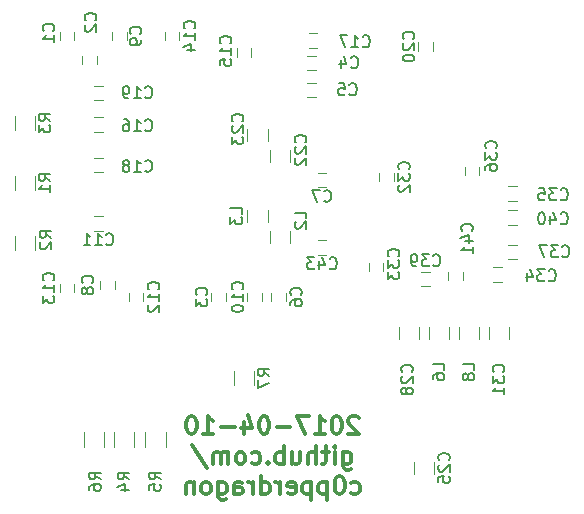
<source format=gbo>
G04 #@! TF.FileFunction,Legend,Bot*
%FSLAX46Y46*%
G04 Gerber Fmt 4.6, Leading zero omitted, Abs format (unit mm)*
G04 Created by KiCad (PCBNEW 4.0.4-stable) date 04/10/17 21:25:13*
%MOMM*%
%LPD*%
G01*
G04 APERTURE LIST*
%ADD10C,0.100000*%
%ADD11C,0.300000*%
%ADD12C,0.120000*%
%ADD13C,0.150000*%
G04 APERTURE END LIST*
D10*
D11*
X125268713Y-78305429D02*
X125197284Y-78234000D01*
X125054427Y-78162571D01*
X124697284Y-78162571D01*
X124554427Y-78234000D01*
X124482998Y-78305429D01*
X124411570Y-78448286D01*
X124411570Y-78591143D01*
X124482998Y-78805429D01*
X125340141Y-79662571D01*
X124411570Y-79662571D01*
X123482999Y-78162571D02*
X123340142Y-78162571D01*
X123197285Y-78234000D01*
X123125856Y-78305429D01*
X123054427Y-78448286D01*
X122982999Y-78734000D01*
X122982999Y-79091143D01*
X123054427Y-79376857D01*
X123125856Y-79519714D01*
X123197285Y-79591143D01*
X123340142Y-79662571D01*
X123482999Y-79662571D01*
X123625856Y-79591143D01*
X123697285Y-79519714D01*
X123768713Y-79376857D01*
X123840142Y-79091143D01*
X123840142Y-78734000D01*
X123768713Y-78448286D01*
X123697285Y-78305429D01*
X123625856Y-78234000D01*
X123482999Y-78162571D01*
X121554428Y-79662571D02*
X122411571Y-79662571D01*
X121982999Y-79662571D02*
X121982999Y-78162571D01*
X122125856Y-78376857D01*
X122268714Y-78519714D01*
X122411571Y-78591143D01*
X121054428Y-78162571D02*
X120054428Y-78162571D01*
X120697285Y-79662571D01*
X119483000Y-79091143D02*
X118340143Y-79091143D01*
X117340143Y-78162571D02*
X117197286Y-78162571D01*
X117054429Y-78234000D01*
X116983000Y-78305429D01*
X116911571Y-78448286D01*
X116840143Y-78734000D01*
X116840143Y-79091143D01*
X116911571Y-79376857D01*
X116983000Y-79519714D01*
X117054429Y-79591143D01*
X117197286Y-79662571D01*
X117340143Y-79662571D01*
X117483000Y-79591143D01*
X117554429Y-79519714D01*
X117625857Y-79376857D01*
X117697286Y-79091143D01*
X117697286Y-78734000D01*
X117625857Y-78448286D01*
X117554429Y-78305429D01*
X117483000Y-78234000D01*
X117340143Y-78162571D01*
X115554429Y-78662571D02*
X115554429Y-79662571D01*
X115911572Y-78091143D02*
X116268715Y-79162571D01*
X115340143Y-79162571D01*
X114768715Y-79091143D02*
X113625858Y-79091143D01*
X112125858Y-79662571D02*
X112983001Y-79662571D01*
X112554429Y-79662571D02*
X112554429Y-78162571D01*
X112697286Y-78376857D01*
X112840144Y-78519714D01*
X112983001Y-78591143D01*
X111197287Y-78162571D02*
X111054430Y-78162571D01*
X110911573Y-78234000D01*
X110840144Y-78305429D01*
X110768715Y-78448286D01*
X110697287Y-78734000D01*
X110697287Y-79091143D01*
X110768715Y-79376857D01*
X110840144Y-79519714D01*
X110911573Y-79591143D01*
X111054430Y-79662571D01*
X111197287Y-79662571D01*
X111340144Y-79591143D01*
X111411573Y-79519714D01*
X111483001Y-79376857D01*
X111554430Y-79091143D01*
X111554430Y-78734000D01*
X111483001Y-78448286D01*
X111411573Y-78305429D01*
X111340144Y-78234000D01*
X111197287Y-78162571D01*
X123947286Y-81212571D02*
X123947286Y-82426857D01*
X124018715Y-82569714D01*
X124090143Y-82641143D01*
X124233000Y-82712571D01*
X124447286Y-82712571D01*
X124590143Y-82641143D01*
X123947286Y-82141143D02*
X124090143Y-82212571D01*
X124375857Y-82212571D01*
X124518715Y-82141143D01*
X124590143Y-82069714D01*
X124661572Y-81926857D01*
X124661572Y-81498286D01*
X124590143Y-81355429D01*
X124518715Y-81284000D01*
X124375857Y-81212571D01*
X124090143Y-81212571D01*
X123947286Y-81284000D01*
X123233000Y-82212571D02*
X123233000Y-81212571D01*
X123233000Y-80712571D02*
X123304429Y-80784000D01*
X123233000Y-80855429D01*
X123161572Y-80784000D01*
X123233000Y-80712571D01*
X123233000Y-80855429D01*
X122733000Y-81212571D02*
X122161571Y-81212571D01*
X122518714Y-80712571D02*
X122518714Y-81998286D01*
X122447286Y-82141143D01*
X122304428Y-82212571D01*
X122161571Y-82212571D01*
X121661571Y-82212571D02*
X121661571Y-80712571D01*
X121018714Y-82212571D02*
X121018714Y-81426857D01*
X121090143Y-81284000D01*
X121233000Y-81212571D01*
X121447285Y-81212571D01*
X121590143Y-81284000D01*
X121661571Y-81355429D01*
X119661571Y-81212571D02*
X119661571Y-82212571D01*
X120304428Y-81212571D02*
X120304428Y-81998286D01*
X120233000Y-82141143D01*
X120090142Y-82212571D01*
X119875857Y-82212571D01*
X119733000Y-82141143D01*
X119661571Y-82069714D01*
X118947285Y-82212571D02*
X118947285Y-80712571D01*
X118947285Y-81284000D02*
X118804428Y-81212571D01*
X118518714Y-81212571D01*
X118375857Y-81284000D01*
X118304428Y-81355429D01*
X118232999Y-81498286D01*
X118232999Y-81926857D01*
X118304428Y-82069714D01*
X118375857Y-82141143D01*
X118518714Y-82212571D01*
X118804428Y-82212571D01*
X118947285Y-82141143D01*
X117590142Y-82069714D02*
X117518714Y-82141143D01*
X117590142Y-82212571D01*
X117661571Y-82141143D01*
X117590142Y-82069714D01*
X117590142Y-82212571D01*
X116232999Y-82141143D02*
X116375856Y-82212571D01*
X116661570Y-82212571D01*
X116804428Y-82141143D01*
X116875856Y-82069714D01*
X116947285Y-81926857D01*
X116947285Y-81498286D01*
X116875856Y-81355429D01*
X116804428Y-81284000D01*
X116661570Y-81212571D01*
X116375856Y-81212571D01*
X116232999Y-81284000D01*
X115375856Y-82212571D02*
X115518714Y-82141143D01*
X115590142Y-82069714D01*
X115661571Y-81926857D01*
X115661571Y-81498286D01*
X115590142Y-81355429D01*
X115518714Y-81284000D01*
X115375856Y-81212571D01*
X115161571Y-81212571D01*
X115018714Y-81284000D01*
X114947285Y-81355429D01*
X114875856Y-81498286D01*
X114875856Y-81926857D01*
X114947285Y-82069714D01*
X115018714Y-82141143D01*
X115161571Y-82212571D01*
X115375856Y-82212571D01*
X114232999Y-82212571D02*
X114232999Y-81212571D01*
X114232999Y-81355429D02*
X114161571Y-81284000D01*
X114018713Y-81212571D01*
X113804428Y-81212571D01*
X113661571Y-81284000D01*
X113590142Y-81426857D01*
X113590142Y-82212571D01*
X113590142Y-81426857D02*
X113518713Y-81284000D01*
X113375856Y-81212571D01*
X113161571Y-81212571D01*
X113018713Y-81284000D01*
X112947285Y-81426857D01*
X112947285Y-82212571D01*
X111161571Y-80641143D02*
X112447285Y-82569714D01*
X124661571Y-84691143D02*
X124804428Y-84762571D01*
X125090142Y-84762571D01*
X125233000Y-84691143D01*
X125304428Y-84619714D01*
X125375857Y-84476857D01*
X125375857Y-84048286D01*
X125304428Y-83905429D01*
X125233000Y-83834000D01*
X125090142Y-83762571D01*
X124804428Y-83762571D01*
X124661571Y-83834000D01*
X123733000Y-83262571D02*
X123590143Y-83262571D01*
X123447286Y-83334000D01*
X123375857Y-83405429D01*
X123304428Y-83548286D01*
X123233000Y-83834000D01*
X123233000Y-84191143D01*
X123304428Y-84476857D01*
X123375857Y-84619714D01*
X123447286Y-84691143D01*
X123590143Y-84762571D01*
X123733000Y-84762571D01*
X123875857Y-84691143D01*
X123947286Y-84619714D01*
X124018714Y-84476857D01*
X124090143Y-84191143D01*
X124090143Y-83834000D01*
X124018714Y-83548286D01*
X123947286Y-83405429D01*
X123875857Y-83334000D01*
X123733000Y-83262571D01*
X122590143Y-83762571D02*
X122590143Y-85262571D01*
X122590143Y-83834000D02*
X122447286Y-83762571D01*
X122161572Y-83762571D01*
X122018715Y-83834000D01*
X121947286Y-83905429D01*
X121875857Y-84048286D01*
X121875857Y-84476857D01*
X121947286Y-84619714D01*
X122018715Y-84691143D01*
X122161572Y-84762571D01*
X122447286Y-84762571D01*
X122590143Y-84691143D01*
X121233000Y-83762571D02*
X121233000Y-85262571D01*
X121233000Y-83834000D02*
X121090143Y-83762571D01*
X120804429Y-83762571D01*
X120661572Y-83834000D01*
X120590143Y-83905429D01*
X120518714Y-84048286D01*
X120518714Y-84476857D01*
X120590143Y-84619714D01*
X120661572Y-84691143D01*
X120804429Y-84762571D01*
X121090143Y-84762571D01*
X121233000Y-84691143D01*
X119304429Y-84691143D02*
X119447286Y-84762571D01*
X119733000Y-84762571D01*
X119875857Y-84691143D01*
X119947286Y-84548286D01*
X119947286Y-83976857D01*
X119875857Y-83834000D01*
X119733000Y-83762571D01*
X119447286Y-83762571D01*
X119304429Y-83834000D01*
X119233000Y-83976857D01*
X119233000Y-84119714D01*
X119947286Y-84262571D01*
X118590143Y-84762571D02*
X118590143Y-83762571D01*
X118590143Y-84048286D02*
X118518715Y-83905429D01*
X118447286Y-83834000D01*
X118304429Y-83762571D01*
X118161572Y-83762571D01*
X117018715Y-84762571D02*
X117018715Y-83262571D01*
X117018715Y-84691143D02*
X117161572Y-84762571D01*
X117447286Y-84762571D01*
X117590144Y-84691143D01*
X117661572Y-84619714D01*
X117733001Y-84476857D01*
X117733001Y-84048286D01*
X117661572Y-83905429D01*
X117590144Y-83834000D01*
X117447286Y-83762571D01*
X117161572Y-83762571D01*
X117018715Y-83834000D01*
X116304429Y-84762571D02*
X116304429Y-83762571D01*
X116304429Y-84048286D02*
X116233001Y-83905429D01*
X116161572Y-83834000D01*
X116018715Y-83762571D01*
X115875858Y-83762571D01*
X114733001Y-84762571D02*
X114733001Y-83976857D01*
X114804430Y-83834000D01*
X114947287Y-83762571D01*
X115233001Y-83762571D01*
X115375858Y-83834000D01*
X114733001Y-84691143D02*
X114875858Y-84762571D01*
X115233001Y-84762571D01*
X115375858Y-84691143D01*
X115447287Y-84548286D01*
X115447287Y-84405429D01*
X115375858Y-84262571D01*
X115233001Y-84191143D01*
X114875858Y-84191143D01*
X114733001Y-84119714D01*
X113375858Y-83762571D02*
X113375858Y-84976857D01*
X113447287Y-85119714D01*
X113518715Y-85191143D01*
X113661572Y-85262571D01*
X113875858Y-85262571D01*
X114018715Y-85191143D01*
X113375858Y-84691143D02*
X113518715Y-84762571D01*
X113804429Y-84762571D01*
X113947287Y-84691143D01*
X114018715Y-84619714D01*
X114090144Y-84476857D01*
X114090144Y-84048286D01*
X114018715Y-83905429D01*
X113947287Y-83834000D01*
X113804429Y-83762571D01*
X113518715Y-83762571D01*
X113375858Y-83834000D01*
X112447286Y-84762571D02*
X112590144Y-84691143D01*
X112661572Y-84619714D01*
X112733001Y-84476857D01*
X112733001Y-84048286D01*
X112661572Y-83905429D01*
X112590144Y-83834000D01*
X112447286Y-83762571D01*
X112233001Y-83762571D01*
X112090144Y-83834000D01*
X112018715Y-83905429D01*
X111947286Y-84048286D01*
X111947286Y-84476857D01*
X112018715Y-84619714D01*
X112090144Y-84691143D01*
X112233001Y-84762571D01*
X112447286Y-84762571D01*
X111304429Y-83762571D02*
X111304429Y-84762571D01*
X111304429Y-83905429D02*
X111233001Y-83834000D01*
X111090143Y-83762571D01*
X110875858Y-83762571D01*
X110733001Y-83834000D01*
X110661572Y-83976857D01*
X110661572Y-84762571D01*
D12*
X101184000Y-46324000D02*
X101184000Y-45624000D01*
X99984000Y-45624000D02*
X99984000Y-46324000D01*
X101889000Y-47656000D02*
X101889000Y-48356000D01*
X103089000Y-48356000D02*
X103089000Y-47656000D01*
X112811000Y-67722000D02*
X112811000Y-68422000D01*
X114011000Y-68422000D02*
X114011000Y-67722000D01*
X120935000Y-48860000D02*
X121635000Y-48860000D01*
X121635000Y-47660000D02*
X120935000Y-47660000D01*
X120935000Y-51146000D02*
X121635000Y-51146000D01*
X121635000Y-49946000D02*
X120935000Y-49946000D01*
X117891000Y-67722000D02*
X117891000Y-68422000D01*
X119091000Y-68422000D02*
X119091000Y-67722000D01*
X121824000Y-58766000D02*
X122524000Y-58766000D01*
X122524000Y-57566000D02*
X121824000Y-57566000D01*
X103413000Y-66706000D02*
X103413000Y-67406000D01*
X104613000Y-67406000D02*
X104613000Y-66706000D01*
X105629000Y-46324000D02*
X105629000Y-45624000D01*
X104429000Y-45624000D02*
X104429000Y-46324000D01*
X115859000Y-67722000D02*
X115859000Y-68422000D01*
X117059000Y-68422000D02*
X117059000Y-67722000D01*
X102901000Y-62449000D02*
X103601000Y-62449000D01*
X103601000Y-61249000D02*
X102901000Y-61249000D01*
X105826000Y-67722000D02*
X105826000Y-68422000D01*
X107026000Y-68422000D02*
X107026000Y-67722000D01*
X99984000Y-66960000D02*
X99984000Y-67660000D01*
X101184000Y-67660000D02*
X101184000Y-66960000D01*
X110074000Y-46324000D02*
X110074000Y-45624000D01*
X108874000Y-45624000D02*
X108874000Y-46324000D01*
X114970000Y-47021000D02*
X114970000Y-47721000D01*
X116170000Y-47721000D02*
X116170000Y-47021000D01*
X102901000Y-54067000D02*
X103601000Y-54067000D01*
X103601000Y-52867000D02*
X102901000Y-52867000D01*
X121062000Y-46955000D02*
X121762000Y-46955000D01*
X121762000Y-45755000D02*
X121062000Y-45755000D01*
X102901000Y-57496000D02*
X103601000Y-57496000D01*
X103601000Y-56296000D02*
X102901000Y-56296000D01*
X102901000Y-51400000D02*
X103601000Y-51400000D01*
X103601000Y-50200000D02*
X102901000Y-50200000D01*
X130337000Y-46513000D02*
X130337000Y-47213000D01*
X131537000Y-47213000D02*
X131537000Y-46513000D01*
X119468000Y-55634000D02*
X119468000Y-56634000D01*
X117768000Y-56634000D02*
X117768000Y-55634000D01*
X117563000Y-53856000D02*
X117563000Y-54856000D01*
X115863000Y-54856000D02*
X115863000Y-53856000D01*
X128690000Y-71620000D02*
X128690000Y-70620000D01*
X130390000Y-70620000D02*
X130390000Y-71620000D01*
X136310000Y-71620000D02*
X136310000Y-70620000D01*
X138010000Y-70620000D02*
X138010000Y-71620000D01*
X128235000Y-58262000D02*
X128235000Y-57562000D01*
X127035000Y-57562000D02*
X127035000Y-58262000D01*
X127346000Y-65882000D02*
X127346000Y-65182000D01*
X126146000Y-65182000D02*
X126146000Y-65882000D01*
X136683000Y-66767000D02*
X137383000Y-66767000D01*
X137383000Y-65567000D02*
X136683000Y-65567000D01*
X138653000Y-58709000D02*
X137953000Y-58709000D01*
X137953000Y-59909000D02*
X138653000Y-59909000D01*
X135474000Y-57754000D02*
X135474000Y-57054000D01*
X134274000Y-57054000D02*
X134274000Y-57754000D01*
X137953000Y-64862000D02*
X138653000Y-64862000D01*
X138653000Y-63662000D02*
X137953000Y-63662000D01*
X131287000Y-65948000D02*
X130587000Y-65948000D01*
X130587000Y-67148000D02*
X131287000Y-67148000D01*
X137953000Y-61941000D02*
X138653000Y-61941000D01*
X138653000Y-60741000D02*
X137953000Y-60741000D01*
X132877000Y-65944000D02*
X132877000Y-66644000D01*
X134077000Y-66644000D02*
X134077000Y-65944000D01*
X117768000Y-63492000D02*
X117768000Y-62492000D01*
X119468000Y-62492000D02*
X119468000Y-63492000D01*
X115863000Y-61714000D02*
X115863000Y-60714000D01*
X117563000Y-60714000D02*
X117563000Y-61714000D01*
X131230000Y-71620000D02*
X131230000Y-70620000D01*
X132930000Y-70620000D02*
X132930000Y-71620000D01*
X133770000Y-71620000D02*
X133770000Y-70620000D01*
X135470000Y-70620000D02*
X135470000Y-71620000D01*
X96148000Y-57820000D02*
X96148000Y-59020000D01*
X97908000Y-59020000D02*
X97908000Y-57820000D01*
X97908000Y-64100000D02*
X97908000Y-62900000D01*
X96148000Y-62900000D02*
X96148000Y-64100000D01*
X96148000Y-52740000D02*
X96148000Y-53940000D01*
X97908000Y-53940000D02*
X97908000Y-52740000D01*
X106290000Y-80737000D02*
X106290000Y-79537000D01*
X104530000Y-79537000D02*
X104530000Y-80737000D01*
X108957000Y-80737000D02*
X108957000Y-79537000D01*
X107197000Y-79537000D02*
X107197000Y-80737000D01*
X103750000Y-80737000D02*
X103750000Y-79537000D01*
X101990000Y-79537000D02*
X101990000Y-80737000D01*
X114690000Y-74330000D02*
X114690000Y-75530000D01*
X116450000Y-75530000D02*
X116450000Y-74330000D01*
X131660000Y-82050000D02*
X131660000Y-83050000D01*
X129960000Y-83050000D02*
X129960000Y-82050000D01*
X121824000Y-64481000D02*
X122524000Y-64481000D01*
X122524000Y-63281000D02*
X121824000Y-63281000D01*
D13*
X99417143Y-45553334D02*
X99464762Y-45505715D01*
X99512381Y-45362858D01*
X99512381Y-45267620D01*
X99464762Y-45124762D01*
X99369524Y-45029524D01*
X99274286Y-44981905D01*
X99083810Y-44934286D01*
X98940952Y-44934286D01*
X98750476Y-44981905D01*
X98655238Y-45029524D01*
X98560000Y-45124762D01*
X98512381Y-45267620D01*
X98512381Y-45362858D01*
X98560000Y-45505715D01*
X98607619Y-45553334D01*
X99512381Y-46505715D02*
X99512381Y-45934286D01*
X99512381Y-46220000D02*
X98512381Y-46220000D01*
X98655238Y-46124762D01*
X98750476Y-46029524D01*
X98798095Y-45934286D01*
X102973143Y-44664334D02*
X103020762Y-44616715D01*
X103068381Y-44473858D01*
X103068381Y-44378620D01*
X103020762Y-44235762D01*
X102925524Y-44140524D01*
X102830286Y-44092905D01*
X102639810Y-44045286D01*
X102496952Y-44045286D01*
X102306476Y-44092905D01*
X102211238Y-44140524D01*
X102116000Y-44235762D01*
X102068381Y-44378620D01*
X102068381Y-44473858D01*
X102116000Y-44616715D01*
X102163619Y-44664334D01*
X102163619Y-45045286D02*
X102116000Y-45092905D01*
X102068381Y-45188143D01*
X102068381Y-45426239D01*
X102116000Y-45521477D01*
X102163619Y-45569096D01*
X102258857Y-45616715D01*
X102354095Y-45616715D01*
X102496952Y-45569096D01*
X103068381Y-44997667D01*
X103068381Y-45616715D01*
X112371143Y-67905334D02*
X112418762Y-67857715D01*
X112466381Y-67714858D01*
X112466381Y-67619620D01*
X112418762Y-67476762D01*
X112323524Y-67381524D01*
X112228286Y-67333905D01*
X112037810Y-67286286D01*
X111894952Y-67286286D01*
X111704476Y-67333905D01*
X111609238Y-67381524D01*
X111514000Y-67476762D01*
X111466381Y-67619620D01*
X111466381Y-67714858D01*
X111514000Y-67857715D01*
X111561619Y-67905334D01*
X111466381Y-68238667D02*
X111466381Y-68857715D01*
X111847333Y-68524381D01*
X111847333Y-68667239D01*
X111894952Y-68762477D01*
X111942571Y-68810096D01*
X112037810Y-68857715D01*
X112275905Y-68857715D01*
X112371143Y-68810096D01*
X112418762Y-68762477D01*
X112466381Y-68667239D01*
X112466381Y-68381524D01*
X112418762Y-68286286D01*
X112371143Y-68238667D01*
X124626666Y-48617143D02*
X124674285Y-48664762D01*
X124817142Y-48712381D01*
X124912380Y-48712381D01*
X125055238Y-48664762D01*
X125150476Y-48569524D01*
X125198095Y-48474286D01*
X125245714Y-48283810D01*
X125245714Y-48140952D01*
X125198095Y-47950476D01*
X125150476Y-47855238D01*
X125055238Y-47760000D01*
X124912380Y-47712381D01*
X124817142Y-47712381D01*
X124674285Y-47760000D01*
X124626666Y-47807619D01*
X123769523Y-48045714D02*
X123769523Y-48712381D01*
X124007619Y-47664762D02*
X124245714Y-48379048D01*
X123626666Y-48379048D01*
X124499666Y-50903143D02*
X124547285Y-50950762D01*
X124690142Y-50998381D01*
X124785380Y-50998381D01*
X124928238Y-50950762D01*
X125023476Y-50855524D01*
X125071095Y-50760286D01*
X125118714Y-50569810D01*
X125118714Y-50426952D01*
X125071095Y-50236476D01*
X125023476Y-50141238D01*
X124928238Y-50046000D01*
X124785380Y-49998381D01*
X124690142Y-49998381D01*
X124547285Y-50046000D01*
X124499666Y-50093619D01*
X123594904Y-49998381D02*
X124071095Y-49998381D01*
X124118714Y-50474571D01*
X124071095Y-50426952D01*
X123975857Y-50379333D01*
X123737761Y-50379333D01*
X123642523Y-50426952D01*
X123594904Y-50474571D01*
X123547285Y-50569810D01*
X123547285Y-50807905D01*
X123594904Y-50903143D01*
X123642523Y-50950762D01*
X123737761Y-50998381D01*
X123975857Y-50998381D01*
X124071095Y-50950762D01*
X124118714Y-50903143D01*
X120372143Y-67905334D02*
X120419762Y-67857715D01*
X120467381Y-67714858D01*
X120467381Y-67619620D01*
X120419762Y-67476762D01*
X120324524Y-67381524D01*
X120229286Y-67333905D01*
X120038810Y-67286286D01*
X119895952Y-67286286D01*
X119705476Y-67333905D01*
X119610238Y-67381524D01*
X119515000Y-67476762D01*
X119467381Y-67619620D01*
X119467381Y-67714858D01*
X119515000Y-67857715D01*
X119562619Y-67905334D01*
X119467381Y-68762477D02*
X119467381Y-68572000D01*
X119515000Y-68476762D01*
X119562619Y-68429143D01*
X119705476Y-68333905D01*
X119895952Y-68286286D01*
X120276905Y-68286286D01*
X120372143Y-68333905D01*
X120419762Y-68381524D01*
X120467381Y-68476762D01*
X120467381Y-68667239D01*
X120419762Y-68762477D01*
X120372143Y-68810096D01*
X120276905Y-68857715D01*
X120038810Y-68857715D01*
X119943571Y-68810096D01*
X119895952Y-68762477D01*
X119848333Y-68667239D01*
X119848333Y-68476762D01*
X119895952Y-68381524D01*
X119943571Y-68333905D01*
X120038810Y-68286286D01*
X122340666Y-59920143D02*
X122388285Y-59967762D01*
X122531142Y-60015381D01*
X122626380Y-60015381D01*
X122769238Y-59967762D01*
X122864476Y-59872524D01*
X122912095Y-59777286D01*
X122959714Y-59586810D01*
X122959714Y-59443952D01*
X122912095Y-59253476D01*
X122864476Y-59158238D01*
X122769238Y-59063000D01*
X122626380Y-59015381D01*
X122531142Y-59015381D01*
X122388285Y-59063000D01*
X122340666Y-59110619D01*
X122007333Y-59015381D02*
X121340666Y-59015381D01*
X121769238Y-60015381D01*
X102719143Y-66889334D02*
X102766762Y-66841715D01*
X102814381Y-66698858D01*
X102814381Y-66603620D01*
X102766762Y-66460762D01*
X102671524Y-66365524D01*
X102576286Y-66317905D01*
X102385810Y-66270286D01*
X102242952Y-66270286D01*
X102052476Y-66317905D01*
X101957238Y-66365524D01*
X101862000Y-66460762D01*
X101814381Y-66603620D01*
X101814381Y-66698858D01*
X101862000Y-66841715D01*
X101909619Y-66889334D01*
X102242952Y-67460762D02*
X102195333Y-67365524D01*
X102147714Y-67317905D01*
X102052476Y-67270286D01*
X102004857Y-67270286D01*
X101909619Y-67317905D01*
X101862000Y-67365524D01*
X101814381Y-67460762D01*
X101814381Y-67651239D01*
X101862000Y-67746477D01*
X101909619Y-67794096D01*
X102004857Y-67841715D01*
X102052476Y-67841715D01*
X102147714Y-67794096D01*
X102195333Y-67746477D01*
X102242952Y-67651239D01*
X102242952Y-67460762D01*
X102290571Y-67365524D01*
X102338190Y-67317905D01*
X102433429Y-67270286D01*
X102623905Y-67270286D01*
X102719143Y-67317905D01*
X102766762Y-67365524D01*
X102814381Y-67460762D01*
X102814381Y-67651239D01*
X102766762Y-67746477D01*
X102719143Y-67794096D01*
X102623905Y-67841715D01*
X102433429Y-67841715D01*
X102338190Y-67794096D01*
X102290571Y-67746477D01*
X102242952Y-67651239D01*
X106783143Y-45807334D02*
X106830762Y-45759715D01*
X106878381Y-45616858D01*
X106878381Y-45521620D01*
X106830762Y-45378762D01*
X106735524Y-45283524D01*
X106640286Y-45235905D01*
X106449810Y-45188286D01*
X106306952Y-45188286D01*
X106116476Y-45235905D01*
X106021238Y-45283524D01*
X105926000Y-45378762D01*
X105878381Y-45521620D01*
X105878381Y-45616858D01*
X105926000Y-45759715D01*
X105973619Y-45807334D01*
X106878381Y-46283524D02*
X106878381Y-46474000D01*
X106830762Y-46569239D01*
X106783143Y-46616858D01*
X106640286Y-46712096D01*
X106449810Y-46759715D01*
X106068857Y-46759715D01*
X105973619Y-46712096D01*
X105926000Y-46664477D01*
X105878381Y-46569239D01*
X105878381Y-46378762D01*
X105926000Y-46283524D01*
X105973619Y-46235905D01*
X106068857Y-46188286D01*
X106306952Y-46188286D01*
X106402190Y-46235905D01*
X106449810Y-46283524D01*
X106497429Y-46378762D01*
X106497429Y-46569239D01*
X106449810Y-46664477D01*
X106402190Y-46712096D01*
X106306952Y-46759715D01*
X115419143Y-67429143D02*
X115466762Y-67381524D01*
X115514381Y-67238667D01*
X115514381Y-67143429D01*
X115466762Y-67000571D01*
X115371524Y-66905333D01*
X115276286Y-66857714D01*
X115085810Y-66810095D01*
X114942952Y-66810095D01*
X114752476Y-66857714D01*
X114657238Y-66905333D01*
X114562000Y-67000571D01*
X114514381Y-67143429D01*
X114514381Y-67238667D01*
X114562000Y-67381524D01*
X114609619Y-67429143D01*
X115514381Y-68381524D02*
X115514381Y-67810095D01*
X115514381Y-68095809D02*
X114514381Y-68095809D01*
X114657238Y-68000571D01*
X114752476Y-67905333D01*
X114800095Y-67810095D01*
X114514381Y-69000571D02*
X114514381Y-69095810D01*
X114562000Y-69191048D01*
X114609619Y-69238667D01*
X114704857Y-69286286D01*
X114895333Y-69333905D01*
X115133429Y-69333905D01*
X115323905Y-69286286D01*
X115419143Y-69238667D01*
X115466762Y-69191048D01*
X115514381Y-69095810D01*
X115514381Y-69000571D01*
X115466762Y-68905333D01*
X115419143Y-68857714D01*
X115323905Y-68810095D01*
X115133429Y-68762476D01*
X114895333Y-68762476D01*
X114704857Y-68810095D01*
X114609619Y-68857714D01*
X114562000Y-68905333D01*
X114514381Y-69000571D01*
X103893857Y-63603143D02*
X103941476Y-63650762D01*
X104084333Y-63698381D01*
X104179571Y-63698381D01*
X104322429Y-63650762D01*
X104417667Y-63555524D01*
X104465286Y-63460286D01*
X104512905Y-63269810D01*
X104512905Y-63126952D01*
X104465286Y-62936476D01*
X104417667Y-62841238D01*
X104322429Y-62746000D01*
X104179571Y-62698381D01*
X104084333Y-62698381D01*
X103941476Y-62746000D01*
X103893857Y-62793619D01*
X102941476Y-63698381D02*
X103512905Y-63698381D01*
X103227191Y-63698381D02*
X103227191Y-62698381D01*
X103322429Y-62841238D01*
X103417667Y-62936476D01*
X103512905Y-62984095D01*
X101989095Y-63698381D02*
X102560524Y-63698381D01*
X102274810Y-63698381D02*
X102274810Y-62698381D01*
X102370048Y-62841238D01*
X102465286Y-62936476D01*
X102560524Y-62984095D01*
X108307143Y-67429143D02*
X108354762Y-67381524D01*
X108402381Y-67238667D01*
X108402381Y-67143429D01*
X108354762Y-67000571D01*
X108259524Y-66905333D01*
X108164286Y-66857714D01*
X107973810Y-66810095D01*
X107830952Y-66810095D01*
X107640476Y-66857714D01*
X107545238Y-66905333D01*
X107450000Y-67000571D01*
X107402381Y-67143429D01*
X107402381Y-67238667D01*
X107450000Y-67381524D01*
X107497619Y-67429143D01*
X108402381Y-68381524D02*
X108402381Y-67810095D01*
X108402381Y-68095809D02*
X107402381Y-68095809D01*
X107545238Y-68000571D01*
X107640476Y-67905333D01*
X107688095Y-67810095D01*
X107497619Y-68762476D02*
X107450000Y-68810095D01*
X107402381Y-68905333D01*
X107402381Y-69143429D01*
X107450000Y-69238667D01*
X107497619Y-69286286D01*
X107592857Y-69333905D01*
X107688095Y-69333905D01*
X107830952Y-69286286D01*
X108402381Y-68714857D01*
X108402381Y-69333905D01*
X99417143Y-66667143D02*
X99464762Y-66619524D01*
X99512381Y-66476667D01*
X99512381Y-66381429D01*
X99464762Y-66238571D01*
X99369524Y-66143333D01*
X99274286Y-66095714D01*
X99083810Y-66048095D01*
X98940952Y-66048095D01*
X98750476Y-66095714D01*
X98655238Y-66143333D01*
X98560000Y-66238571D01*
X98512381Y-66381429D01*
X98512381Y-66476667D01*
X98560000Y-66619524D01*
X98607619Y-66667143D01*
X99512381Y-67619524D02*
X99512381Y-67048095D01*
X99512381Y-67333809D02*
X98512381Y-67333809D01*
X98655238Y-67238571D01*
X98750476Y-67143333D01*
X98798095Y-67048095D01*
X98512381Y-67952857D02*
X98512381Y-68571905D01*
X98893333Y-68238571D01*
X98893333Y-68381429D01*
X98940952Y-68476667D01*
X98988571Y-68524286D01*
X99083810Y-68571905D01*
X99321905Y-68571905D01*
X99417143Y-68524286D01*
X99464762Y-68476667D01*
X99512381Y-68381429D01*
X99512381Y-68095714D01*
X99464762Y-68000476D01*
X99417143Y-67952857D01*
X111355143Y-45331143D02*
X111402762Y-45283524D01*
X111450381Y-45140667D01*
X111450381Y-45045429D01*
X111402762Y-44902571D01*
X111307524Y-44807333D01*
X111212286Y-44759714D01*
X111021810Y-44712095D01*
X110878952Y-44712095D01*
X110688476Y-44759714D01*
X110593238Y-44807333D01*
X110498000Y-44902571D01*
X110450381Y-45045429D01*
X110450381Y-45140667D01*
X110498000Y-45283524D01*
X110545619Y-45331143D01*
X111450381Y-46283524D02*
X111450381Y-45712095D01*
X111450381Y-45997809D02*
X110450381Y-45997809D01*
X110593238Y-45902571D01*
X110688476Y-45807333D01*
X110736095Y-45712095D01*
X110783714Y-47140667D02*
X111450381Y-47140667D01*
X110402762Y-46902571D02*
X111117048Y-46664476D01*
X111117048Y-47283524D01*
X114403143Y-46601143D02*
X114450762Y-46553524D01*
X114498381Y-46410667D01*
X114498381Y-46315429D01*
X114450762Y-46172571D01*
X114355524Y-46077333D01*
X114260286Y-46029714D01*
X114069810Y-45982095D01*
X113926952Y-45982095D01*
X113736476Y-46029714D01*
X113641238Y-46077333D01*
X113546000Y-46172571D01*
X113498381Y-46315429D01*
X113498381Y-46410667D01*
X113546000Y-46553524D01*
X113593619Y-46601143D01*
X114498381Y-47553524D02*
X114498381Y-46982095D01*
X114498381Y-47267809D02*
X113498381Y-47267809D01*
X113641238Y-47172571D01*
X113736476Y-47077333D01*
X113784095Y-46982095D01*
X113498381Y-48458286D02*
X113498381Y-47982095D01*
X113974571Y-47934476D01*
X113926952Y-47982095D01*
X113879333Y-48077333D01*
X113879333Y-48315429D01*
X113926952Y-48410667D01*
X113974571Y-48458286D01*
X114069810Y-48505905D01*
X114307905Y-48505905D01*
X114403143Y-48458286D01*
X114450762Y-48410667D01*
X114498381Y-48315429D01*
X114498381Y-48077333D01*
X114450762Y-47982095D01*
X114403143Y-47934476D01*
X107195857Y-53951143D02*
X107243476Y-53998762D01*
X107386333Y-54046381D01*
X107481571Y-54046381D01*
X107624429Y-53998762D01*
X107719667Y-53903524D01*
X107767286Y-53808286D01*
X107814905Y-53617810D01*
X107814905Y-53474952D01*
X107767286Y-53284476D01*
X107719667Y-53189238D01*
X107624429Y-53094000D01*
X107481571Y-53046381D01*
X107386333Y-53046381D01*
X107243476Y-53094000D01*
X107195857Y-53141619D01*
X106243476Y-54046381D02*
X106814905Y-54046381D01*
X106529191Y-54046381D02*
X106529191Y-53046381D01*
X106624429Y-53189238D01*
X106719667Y-53284476D01*
X106814905Y-53332095D01*
X105386333Y-53046381D02*
X105576810Y-53046381D01*
X105672048Y-53094000D01*
X105719667Y-53141619D01*
X105814905Y-53284476D01*
X105862524Y-53474952D01*
X105862524Y-53855905D01*
X105814905Y-53951143D01*
X105767286Y-53998762D01*
X105672048Y-54046381D01*
X105481571Y-54046381D01*
X105386333Y-53998762D01*
X105338714Y-53951143D01*
X105291095Y-53855905D01*
X105291095Y-53617810D01*
X105338714Y-53522571D01*
X105386333Y-53474952D01*
X105481571Y-53427333D01*
X105672048Y-53427333D01*
X105767286Y-53474952D01*
X105814905Y-53522571D01*
X105862524Y-53617810D01*
X125610857Y-46839143D02*
X125658476Y-46886762D01*
X125801333Y-46934381D01*
X125896571Y-46934381D01*
X126039429Y-46886762D01*
X126134667Y-46791524D01*
X126182286Y-46696286D01*
X126229905Y-46505810D01*
X126229905Y-46362952D01*
X126182286Y-46172476D01*
X126134667Y-46077238D01*
X126039429Y-45982000D01*
X125896571Y-45934381D01*
X125801333Y-45934381D01*
X125658476Y-45982000D01*
X125610857Y-46029619D01*
X124658476Y-46934381D02*
X125229905Y-46934381D01*
X124944191Y-46934381D02*
X124944191Y-45934381D01*
X125039429Y-46077238D01*
X125134667Y-46172476D01*
X125229905Y-46220095D01*
X124325143Y-45934381D02*
X123658476Y-45934381D01*
X124087048Y-46934381D01*
X107195857Y-57380143D02*
X107243476Y-57427762D01*
X107386333Y-57475381D01*
X107481571Y-57475381D01*
X107624429Y-57427762D01*
X107719667Y-57332524D01*
X107767286Y-57237286D01*
X107814905Y-57046810D01*
X107814905Y-56903952D01*
X107767286Y-56713476D01*
X107719667Y-56618238D01*
X107624429Y-56523000D01*
X107481571Y-56475381D01*
X107386333Y-56475381D01*
X107243476Y-56523000D01*
X107195857Y-56570619D01*
X106243476Y-57475381D02*
X106814905Y-57475381D01*
X106529191Y-57475381D02*
X106529191Y-56475381D01*
X106624429Y-56618238D01*
X106719667Y-56713476D01*
X106814905Y-56761095D01*
X105672048Y-56903952D02*
X105767286Y-56856333D01*
X105814905Y-56808714D01*
X105862524Y-56713476D01*
X105862524Y-56665857D01*
X105814905Y-56570619D01*
X105767286Y-56523000D01*
X105672048Y-56475381D01*
X105481571Y-56475381D01*
X105386333Y-56523000D01*
X105338714Y-56570619D01*
X105291095Y-56665857D01*
X105291095Y-56713476D01*
X105338714Y-56808714D01*
X105386333Y-56856333D01*
X105481571Y-56903952D01*
X105672048Y-56903952D01*
X105767286Y-56951571D01*
X105814905Y-56999190D01*
X105862524Y-57094429D01*
X105862524Y-57284905D01*
X105814905Y-57380143D01*
X105767286Y-57427762D01*
X105672048Y-57475381D01*
X105481571Y-57475381D01*
X105386333Y-57427762D01*
X105338714Y-57380143D01*
X105291095Y-57284905D01*
X105291095Y-57094429D01*
X105338714Y-56999190D01*
X105386333Y-56951571D01*
X105481571Y-56903952D01*
X107195857Y-51157143D02*
X107243476Y-51204762D01*
X107386333Y-51252381D01*
X107481571Y-51252381D01*
X107624429Y-51204762D01*
X107719667Y-51109524D01*
X107767286Y-51014286D01*
X107814905Y-50823810D01*
X107814905Y-50680952D01*
X107767286Y-50490476D01*
X107719667Y-50395238D01*
X107624429Y-50300000D01*
X107481571Y-50252381D01*
X107386333Y-50252381D01*
X107243476Y-50300000D01*
X107195857Y-50347619D01*
X106243476Y-51252381D02*
X106814905Y-51252381D01*
X106529191Y-51252381D02*
X106529191Y-50252381D01*
X106624429Y-50395238D01*
X106719667Y-50490476D01*
X106814905Y-50538095D01*
X105767286Y-51252381D02*
X105576810Y-51252381D01*
X105481571Y-51204762D01*
X105433952Y-51157143D01*
X105338714Y-51014286D01*
X105291095Y-50823810D01*
X105291095Y-50442857D01*
X105338714Y-50347619D01*
X105386333Y-50300000D01*
X105481571Y-50252381D01*
X105672048Y-50252381D01*
X105767286Y-50300000D01*
X105814905Y-50347619D01*
X105862524Y-50442857D01*
X105862524Y-50680952D01*
X105814905Y-50776190D01*
X105767286Y-50823810D01*
X105672048Y-50871429D01*
X105481571Y-50871429D01*
X105386333Y-50823810D01*
X105338714Y-50776190D01*
X105291095Y-50680952D01*
X129897143Y-46220143D02*
X129944762Y-46172524D01*
X129992381Y-46029667D01*
X129992381Y-45934429D01*
X129944762Y-45791571D01*
X129849524Y-45696333D01*
X129754286Y-45648714D01*
X129563810Y-45601095D01*
X129420952Y-45601095D01*
X129230476Y-45648714D01*
X129135238Y-45696333D01*
X129040000Y-45791571D01*
X128992381Y-45934429D01*
X128992381Y-46029667D01*
X129040000Y-46172524D01*
X129087619Y-46220143D01*
X129087619Y-46601095D02*
X129040000Y-46648714D01*
X128992381Y-46743952D01*
X128992381Y-46982048D01*
X129040000Y-47077286D01*
X129087619Y-47124905D01*
X129182857Y-47172524D01*
X129278095Y-47172524D01*
X129420952Y-47124905D01*
X129992381Y-46553476D01*
X129992381Y-47172524D01*
X128992381Y-47791571D02*
X128992381Y-47886810D01*
X129040000Y-47982048D01*
X129087619Y-48029667D01*
X129182857Y-48077286D01*
X129373333Y-48124905D01*
X129611429Y-48124905D01*
X129801905Y-48077286D01*
X129897143Y-48029667D01*
X129944762Y-47982048D01*
X129992381Y-47886810D01*
X129992381Y-47791571D01*
X129944762Y-47696333D01*
X129897143Y-47648714D01*
X129801905Y-47601095D01*
X129611429Y-47553476D01*
X129373333Y-47553476D01*
X129182857Y-47601095D01*
X129087619Y-47648714D01*
X129040000Y-47696333D01*
X128992381Y-47791571D01*
X120753143Y-54983143D02*
X120800762Y-54935524D01*
X120848381Y-54792667D01*
X120848381Y-54697429D01*
X120800762Y-54554571D01*
X120705524Y-54459333D01*
X120610286Y-54411714D01*
X120419810Y-54364095D01*
X120276952Y-54364095D01*
X120086476Y-54411714D01*
X119991238Y-54459333D01*
X119896000Y-54554571D01*
X119848381Y-54697429D01*
X119848381Y-54792667D01*
X119896000Y-54935524D01*
X119943619Y-54983143D01*
X119943619Y-55364095D02*
X119896000Y-55411714D01*
X119848381Y-55506952D01*
X119848381Y-55745048D01*
X119896000Y-55840286D01*
X119943619Y-55887905D01*
X120038857Y-55935524D01*
X120134095Y-55935524D01*
X120276952Y-55887905D01*
X120848381Y-55316476D01*
X120848381Y-55935524D01*
X119943619Y-56316476D02*
X119896000Y-56364095D01*
X119848381Y-56459333D01*
X119848381Y-56697429D01*
X119896000Y-56792667D01*
X119943619Y-56840286D01*
X120038857Y-56887905D01*
X120134095Y-56887905D01*
X120276952Y-56840286D01*
X120848381Y-56268857D01*
X120848381Y-56887905D01*
X115419143Y-53205143D02*
X115466762Y-53157524D01*
X115514381Y-53014667D01*
X115514381Y-52919429D01*
X115466762Y-52776571D01*
X115371524Y-52681333D01*
X115276286Y-52633714D01*
X115085810Y-52586095D01*
X114942952Y-52586095D01*
X114752476Y-52633714D01*
X114657238Y-52681333D01*
X114562000Y-52776571D01*
X114514381Y-52919429D01*
X114514381Y-53014667D01*
X114562000Y-53157524D01*
X114609619Y-53205143D01*
X114609619Y-53586095D02*
X114562000Y-53633714D01*
X114514381Y-53728952D01*
X114514381Y-53967048D01*
X114562000Y-54062286D01*
X114609619Y-54109905D01*
X114704857Y-54157524D01*
X114800095Y-54157524D01*
X114942952Y-54109905D01*
X115514381Y-53538476D01*
X115514381Y-54157524D01*
X114514381Y-54490857D02*
X114514381Y-55109905D01*
X114895333Y-54776571D01*
X114895333Y-54919429D01*
X114942952Y-55014667D01*
X114990571Y-55062286D01*
X115085810Y-55109905D01*
X115323905Y-55109905D01*
X115419143Y-55062286D01*
X115466762Y-55014667D01*
X115514381Y-54919429D01*
X115514381Y-54633714D01*
X115466762Y-54538476D01*
X115419143Y-54490857D01*
X129770143Y-74414143D02*
X129817762Y-74366524D01*
X129865381Y-74223667D01*
X129865381Y-74128429D01*
X129817762Y-73985571D01*
X129722524Y-73890333D01*
X129627286Y-73842714D01*
X129436810Y-73795095D01*
X129293952Y-73795095D01*
X129103476Y-73842714D01*
X129008238Y-73890333D01*
X128913000Y-73985571D01*
X128865381Y-74128429D01*
X128865381Y-74223667D01*
X128913000Y-74366524D01*
X128960619Y-74414143D01*
X128960619Y-74795095D02*
X128913000Y-74842714D01*
X128865381Y-74937952D01*
X128865381Y-75176048D01*
X128913000Y-75271286D01*
X128960619Y-75318905D01*
X129055857Y-75366524D01*
X129151095Y-75366524D01*
X129293952Y-75318905D01*
X129865381Y-74747476D01*
X129865381Y-75366524D01*
X129293952Y-75937952D02*
X129246333Y-75842714D01*
X129198714Y-75795095D01*
X129103476Y-75747476D01*
X129055857Y-75747476D01*
X128960619Y-75795095D01*
X128913000Y-75842714D01*
X128865381Y-75937952D01*
X128865381Y-76128429D01*
X128913000Y-76223667D01*
X128960619Y-76271286D01*
X129055857Y-76318905D01*
X129103476Y-76318905D01*
X129198714Y-76271286D01*
X129246333Y-76223667D01*
X129293952Y-76128429D01*
X129293952Y-75937952D01*
X129341571Y-75842714D01*
X129389190Y-75795095D01*
X129484429Y-75747476D01*
X129674905Y-75747476D01*
X129770143Y-75795095D01*
X129817762Y-75842714D01*
X129865381Y-75937952D01*
X129865381Y-76128429D01*
X129817762Y-76223667D01*
X129770143Y-76271286D01*
X129674905Y-76318905D01*
X129484429Y-76318905D01*
X129389190Y-76271286D01*
X129341571Y-76223667D01*
X129293952Y-76128429D01*
X137517143Y-74414143D02*
X137564762Y-74366524D01*
X137612381Y-74223667D01*
X137612381Y-74128429D01*
X137564762Y-73985571D01*
X137469524Y-73890333D01*
X137374286Y-73842714D01*
X137183810Y-73795095D01*
X137040952Y-73795095D01*
X136850476Y-73842714D01*
X136755238Y-73890333D01*
X136660000Y-73985571D01*
X136612381Y-74128429D01*
X136612381Y-74223667D01*
X136660000Y-74366524D01*
X136707619Y-74414143D01*
X136612381Y-74747476D02*
X136612381Y-75366524D01*
X136993333Y-75033190D01*
X136993333Y-75176048D01*
X137040952Y-75271286D01*
X137088571Y-75318905D01*
X137183810Y-75366524D01*
X137421905Y-75366524D01*
X137517143Y-75318905D01*
X137564762Y-75271286D01*
X137612381Y-75176048D01*
X137612381Y-74890333D01*
X137564762Y-74795095D01*
X137517143Y-74747476D01*
X137612381Y-76318905D02*
X137612381Y-75747476D01*
X137612381Y-76033190D02*
X136612381Y-76033190D01*
X136755238Y-75937952D01*
X136850476Y-75842714D01*
X136898095Y-75747476D01*
X129516143Y-57269143D02*
X129563762Y-57221524D01*
X129611381Y-57078667D01*
X129611381Y-56983429D01*
X129563762Y-56840571D01*
X129468524Y-56745333D01*
X129373286Y-56697714D01*
X129182810Y-56650095D01*
X129039952Y-56650095D01*
X128849476Y-56697714D01*
X128754238Y-56745333D01*
X128659000Y-56840571D01*
X128611381Y-56983429D01*
X128611381Y-57078667D01*
X128659000Y-57221524D01*
X128706619Y-57269143D01*
X128611381Y-57602476D02*
X128611381Y-58221524D01*
X128992333Y-57888190D01*
X128992333Y-58031048D01*
X129039952Y-58126286D01*
X129087571Y-58173905D01*
X129182810Y-58221524D01*
X129420905Y-58221524D01*
X129516143Y-58173905D01*
X129563762Y-58126286D01*
X129611381Y-58031048D01*
X129611381Y-57745333D01*
X129563762Y-57650095D01*
X129516143Y-57602476D01*
X128706619Y-58602476D02*
X128659000Y-58650095D01*
X128611381Y-58745333D01*
X128611381Y-58983429D01*
X128659000Y-59078667D01*
X128706619Y-59126286D01*
X128801857Y-59173905D01*
X128897095Y-59173905D01*
X129039952Y-59126286D01*
X129611381Y-58554857D01*
X129611381Y-59173905D01*
X128627143Y-64635143D02*
X128674762Y-64587524D01*
X128722381Y-64444667D01*
X128722381Y-64349429D01*
X128674762Y-64206571D01*
X128579524Y-64111333D01*
X128484286Y-64063714D01*
X128293810Y-64016095D01*
X128150952Y-64016095D01*
X127960476Y-64063714D01*
X127865238Y-64111333D01*
X127770000Y-64206571D01*
X127722381Y-64349429D01*
X127722381Y-64444667D01*
X127770000Y-64587524D01*
X127817619Y-64635143D01*
X127722381Y-64968476D02*
X127722381Y-65587524D01*
X128103333Y-65254190D01*
X128103333Y-65397048D01*
X128150952Y-65492286D01*
X128198571Y-65539905D01*
X128293810Y-65587524D01*
X128531905Y-65587524D01*
X128627143Y-65539905D01*
X128674762Y-65492286D01*
X128722381Y-65397048D01*
X128722381Y-65111333D01*
X128674762Y-65016095D01*
X128627143Y-64968476D01*
X127722381Y-65920857D02*
X127722381Y-66539905D01*
X128103333Y-66206571D01*
X128103333Y-66349429D01*
X128150952Y-66444667D01*
X128198571Y-66492286D01*
X128293810Y-66539905D01*
X128531905Y-66539905D01*
X128627143Y-66492286D01*
X128674762Y-66444667D01*
X128722381Y-66349429D01*
X128722381Y-66063714D01*
X128674762Y-65968476D01*
X128627143Y-65920857D01*
X141358857Y-66651143D02*
X141406476Y-66698762D01*
X141549333Y-66746381D01*
X141644571Y-66746381D01*
X141787429Y-66698762D01*
X141882667Y-66603524D01*
X141930286Y-66508286D01*
X141977905Y-66317810D01*
X141977905Y-66174952D01*
X141930286Y-65984476D01*
X141882667Y-65889238D01*
X141787429Y-65794000D01*
X141644571Y-65746381D01*
X141549333Y-65746381D01*
X141406476Y-65794000D01*
X141358857Y-65841619D01*
X141025524Y-65746381D02*
X140406476Y-65746381D01*
X140739810Y-66127333D01*
X140596952Y-66127333D01*
X140501714Y-66174952D01*
X140454095Y-66222571D01*
X140406476Y-66317810D01*
X140406476Y-66555905D01*
X140454095Y-66651143D01*
X140501714Y-66698762D01*
X140596952Y-66746381D01*
X140882667Y-66746381D01*
X140977905Y-66698762D01*
X141025524Y-66651143D01*
X139549333Y-66079714D02*
X139549333Y-66746381D01*
X139787429Y-65698762D02*
X140025524Y-66413048D01*
X139406476Y-66413048D01*
X142374857Y-59793143D02*
X142422476Y-59840762D01*
X142565333Y-59888381D01*
X142660571Y-59888381D01*
X142803429Y-59840762D01*
X142898667Y-59745524D01*
X142946286Y-59650286D01*
X142993905Y-59459810D01*
X142993905Y-59316952D01*
X142946286Y-59126476D01*
X142898667Y-59031238D01*
X142803429Y-58936000D01*
X142660571Y-58888381D01*
X142565333Y-58888381D01*
X142422476Y-58936000D01*
X142374857Y-58983619D01*
X142041524Y-58888381D02*
X141422476Y-58888381D01*
X141755810Y-59269333D01*
X141612952Y-59269333D01*
X141517714Y-59316952D01*
X141470095Y-59364571D01*
X141422476Y-59459810D01*
X141422476Y-59697905D01*
X141470095Y-59793143D01*
X141517714Y-59840762D01*
X141612952Y-59888381D01*
X141898667Y-59888381D01*
X141993905Y-59840762D01*
X142041524Y-59793143D01*
X140517714Y-58888381D02*
X140993905Y-58888381D01*
X141041524Y-59364571D01*
X140993905Y-59316952D01*
X140898667Y-59269333D01*
X140660571Y-59269333D01*
X140565333Y-59316952D01*
X140517714Y-59364571D01*
X140470095Y-59459810D01*
X140470095Y-59697905D01*
X140517714Y-59793143D01*
X140565333Y-59840762D01*
X140660571Y-59888381D01*
X140898667Y-59888381D01*
X140993905Y-59840762D01*
X141041524Y-59793143D01*
X136882143Y-55491143D02*
X136929762Y-55443524D01*
X136977381Y-55300667D01*
X136977381Y-55205429D01*
X136929762Y-55062571D01*
X136834524Y-54967333D01*
X136739286Y-54919714D01*
X136548810Y-54872095D01*
X136405952Y-54872095D01*
X136215476Y-54919714D01*
X136120238Y-54967333D01*
X136025000Y-55062571D01*
X135977381Y-55205429D01*
X135977381Y-55300667D01*
X136025000Y-55443524D01*
X136072619Y-55491143D01*
X135977381Y-55824476D02*
X135977381Y-56443524D01*
X136358333Y-56110190D01*
X136358333Y-56253048D01*
X136405952Y-56348286D01*
X136453571Y-56395905D01*
X136548810Y-56443524D01*
X136786905Y-56443524D01*
X136882143Y-56395905D01*
X136929762Y-56348286D01*
X136977381Y-56253048D01*
X136977381Y-55967333D01*
X136929762Y-55872095D01*
X136882143Y-55824476D01*
X135977381Y-57300667D02*
X135977381Y-57110190D01*
X136025000Y-57014952D01*
X136072619Y-56967333D01*
X136215476Y-56872095D01*
X136405952Y-56824476D01*
X136786905Y-56824476D01*
X136882143Y-56872095D01*
X136929762Y-56919714D01*
X136977381Y-57014952D01*
X136977381Y-57205429D01*
X136929762Y-57300667D01*
X136882143Y-57348286D01*
X136786905Y-57395905D01*
X136548810Y-57395905D01*
X136453571Y-57348286D01*
X136405952Y-57300667D01*
X136358333Y-57205429D01*
X136358333Y-57014952D01*
X136405952Y-56919714D01*
X136453571Y-56872095D01*
X136548810Y-56824476D01*
X142501857Y-64619143D02*
X142549476Y-64666762D01*
X142692333Y-64714381D01*
X142787571Y-64714381D01*
X142930429Y-64666762D01*
X143025667Y-64571524D01*
X143073286Y-64476286D01*
X143120905Y-64285810D01*
X143120905Y-64142952D01*
X143073286Y-63952476D01*
X143025667Y-63857238D01*
X142930429Y-63762000D01*
X142787571Y-63714381D01*
X142692333Y-63714381D01*
X142549476Y-63762000D01*
X142501857Y-63809619D01*
X142168524Y-63714381D02*
X141549476Y-63714381D01*
X141882810Y-64095333D01*
X141739952Y-64095333D01*
X141644714Y-64142952D01*
X141597095Y-64190571D01*
X141549476Y-64285810D01*
X141549476Y-64523905D01*
X141597095Y-64619143D01*
X141644714Y-64666762D01*
X141739952Y-64714381D01*
X142025667Y-64714381D01*
X142120905Y-64666762D01*
X142168524Y-64619143D01*
X141216143Y-63714381D02*
X140549476Y-63714381D01*
X140978048Y-64714381D01*
X131579857Y-65381143D02*
X131627476Y-65428762D01*
X131770333Y-65476381D01*
X131865571Y-65476381D01*
X132008429Y-65428762D01*
X132103667Y-65333524D01*
X132151286Y-65238286D01*
X132198905Y-65047810D01*
X132198905Y-64904952D01*
X132151286Y-64714476D01*
X132103667Y-64619238D01*
X132008429Y-64524000D01*
X131865571Y-64476381D01*
X131770333Y-64476381D01*
X131627476Y-64524000D01*
X131579857Y-64571619D01*
X131246524Y-64476381D02*
X130627476Y-64476381D01*
X130960810Y-64857333D01*
X130817952Y-64857333D01*
X130722714Y-64904952D01*
X130675095Y-64952571D01*
X130627476Y-65047810D01*
X130627476Y-65285905D01*
X130675095Y-65381143D01*
X130722714Y-65428762D01*
X130817952Y-65476381D01*
X131103667Y-65476381D01*
X131198905Y-65428762D01*
X131246524Y-65381143D01*
X130151286Y-65476381D02*
X129960810Y-65476381D01*
X129865571Y-65428762D01*
X129817952Y-65381143D01*
X129722714Y-65238286D01*
X129675095Y-65047810D01*
X129675095Y-64666857D01*
X129722714Y-64571619D01*
X129770333Y-64524000D01*
X129865571Y-64476381D01*
X130056048Y-64476381D01*
X130151286Y-64524000D01*
X130198905Y-64571619D01*
X130246524Y-64666857D01*
X130246524Y-64904952D01*
X130198905Y-65000190D01*
X130151286Y-65047810D01*
X130056048Y-65095429D01*
X129865571Y-65095429D01*
X129770333Y-65047810D01*
X129722714Y-65000190D01*
X129675095Y-64904952D01*
X142374857Y-61825143D02*
X142422476Y-61872762D01*
X142565333Y-61920381D01*
X142660571Y-61920381D01*
X142803429Y-61872762D01*
X142898667Y-61777524D01*
X142946286Y-61682286D01*
X142993905Y-61491810D01*
X142993905Y-61348952D01*
X142946286Y-61158476D01*
X142898667Y-61063238D01*
X142803429Y-60968000D01*
X142660571Y-60920381D01*
X142565333Y-60920381D01*
X142422476Y-60968000D01*
X142374857Y-61015619D01*
X141517714Y-61253714D02*
X141517714Y-61920381D01*
X141755810Y-60872762D02*
X141993905Y-61587048D01*
X141374857Y-61587048D01*
X140803429Y-60920381D02*
X140708190Y-60920381D01*
X140612952Y-60968000D01*
X140565333Y-61015619D01*
X140517714Y-61110857D01*
X140470095Y-61301333D01*
X140470095Y-61539429D01*
X140517714Y-61729905D01*
X140565333Y-61825143D01*
X140612952Y-61872762D01*
X140708190Y-61920381D01*
X140803429Y-61920381D01*
X140898667Y-61872762D01*
X140946286Y-61825143D01*
X140993905Y-61729905D01*
X141041524Y-61539429D01*
X141041524Y-61301333D01*
X140993905Y-61110857D01*
X140946286Y-61015619D01*
X140898667Y-60968000D01*
X140803429Y-60920381D01*
X134850143Y-62476143D02*
X134897762Y-62428524D01*
X134945381Y-62285667D01*
X134945381Y-62190429D01*
X134897762Y-62047571D01*
X134802524Y-61952333D01*
X134707286Y-61904714D01*
X134516810Y-61857095D01*
X134373952Y-61857095D01*
X134183476Y-61904714D01*
X134088238Y-61952333D01*
X133993000Y-62047571D01*
X133945381Y-62190429D01*
X133945381Y-62285667D01*
X133993000Y-62428524D01*
X134040619Y-62476143D01*
X134278714Y-63333286D02*
X134945381Y-63333286D01*
X133897762Y-63095190D02*
X134612048Y-62857095D01*
X134612048Y-63476143D01*
X134945381Y-64380905D02*
X134945381Y-63809476D01*
X134945381Y-64095190D02*
X133945381Y-64095190D01*
X134088238Y-63999952D01*
X134183476Y-63904714D01*
X134231095Y-63809476D01*
X120848381Y-61428334D02*
X120848381Y-60952143D01*
X119848381Y-60952143D01*
X119943619Y-61714048D02*
X119896000Y-61761667D01*
X119848381Y-61856905D01*
X119848381Y-62095001D01*
X119896000Y-62190239D01*
X119943619Y-62237858D01*
X120038857Y-62285477D01*
X120134095Y-62285477D01*
X120276952Y-62237858D01*
X120848381Y-61666429D01*
X120848381Y-62285477D01*
X115415381Y-61047334D02*
X115415381Y-60571143D01*
X114415381Y-60571143D01*
X114415381Y-61285429D02*
X114415381Y-61904477D01*
X114796333Y-61571143D01*
X114796333Y-61714001D01*
X114843952Y-61809239D01*
X114891571Y-61856858D01*
X114986810Y-61904477D01*
X115224905Y-61904477D01*
X115320143Y-61856858D01*
X115367762Y-61809239D01*
X115415381Y-61714001D01*
X115415381Y-61428286D01*
X115367762Y-61333048D01*
X115320143Y-61285429D01*
X132532381Y-74255334D02*
X132532381Y-73779143D01*
X131532381Y-73779143D01*
X131532381Y-75017239D02*
X131532381Y-74826762D01*
X131580000Y-74731524D01*
X131627619Y-74683905D01*
X131770476Y-74588667D01*
X131960952Y-74541048D01*
X132341905Y-74541048D01*
X132437143Y-74588667D01*
X132484762Y-74636286D01*
X132532381Y-74731524D01*
X132532381Y-74922001D01*
X132484762Y-75017239D01*
X132437143Y-75064858D01*
X132341905Y-75112477D01*
X132103810Y-75112477D01*
X132008571Y-75064858D01*
X131960952Y-75017239D01*
X131913333Y-74922001D01*
X131913333Y-74731524D01*
X131960952Y-74636286D01*
X132008571Y-74588667D01*
X132103810Y-74541048D01*
X135072381Y-74255334D02*
X135072381Y-73779143D01*
X134072381Y-73779143D01*
X134500952Y-74731524D02*
X134453333Y-74636286D01*
X134405714Y-74588667D01*
X134310476Y-74541048D01*
X134262857Y-74541048D01*
X134167619Y-74588667D01*
X134120000Y-74636286D01*
X134072381Y-74731524D01*
X134072381Y-74922001D01*
X134120000Y-75017239D01*
X134167619Y-75064858D01*
X134262857Y-75112477D01*
X134310476Y-75112477D01*
X134405714Y-75064858D01*
X134453333Y-75017239D01*
X134500952Y-74922001D01*
X134500952Y-74731524D01*
X134548571Y-74636286D01*
X134596190Y-74588667D01*
X134691429Y-74541048D01*
X134881905Y-74541048D01*
X134977143Y-74588667D01*
X135024762Y-74636286D01*
X135072381Y-74731524D01*
X135072381Y-74922001D01*
X135024762Y-75017239D01*
X134977143Y-75064858D01*
X134881905Y-75112477D01*
X134691429Y-75112477D01*
X134596190Y-75064858D01*
X134548571Y-75017239D01*
X134500952Y-74922001D01*
X99180381Y-58253334D02*
X98704190Y-57920000D01*
X99180381Y-57681905D02*
X98180381Y-57681905D01*
X98180381Y-58062858D01*
X98228000Y-58158096D01*
X98275619Y-58205715D01*
X98370857Y-58253334D01*
X98513714Y-58253334D01*
X98608952Y-58205715D01*
X98656571Y-58158096D01*
X98704190Y-58062858D01*
X98704190Y-57681905D01*
X99180381Y-59205715D02*
X99180381Y-58634286D01*
X99180381Y-58920000D02*
X98180381Y-58920000D01*
X98323238Y-58824762D01*
X98418476Y-58729524D01*
X98466095Y-58634286D01*
X99258381Y-63079334D02*
X98782190Y-62746000D01*
X99258381Y-62507905D02*
X98258381Y-62507905D01*
X98258381Y-62888858D01*
X98306000Y-62984096D01*
X98353619Y-63031715D01*
X98448857Y-63079334D01*
X98591714Y-63079334D01*
X98686952Y-63031715D01*
X98734571Y-62984096D01*
X98782190Y-62888858D01*
X98782190Y-62507905D01*
X98353619Y-63460286D02*
X98306000Y-63507905D01*
X98258381Y-63603143D01*
X98258381Y-63841239D01*
X98306000Y-63936477D01*
X98353619Y-63984096D01*
X98448857Y-64031715D01*
X98544095Y-64031715D01*
X98686952Y-63984096D01*
X99258381Y-63412667D01*
X99258381Y-64031715D01*
X99180381Y-53173334D02*
X98704190Y-52840000D01*
X99180381Y-52601905D02*
X98180381Y-52601905D01*
X98180381Y-52982858D01*
X98228000Y-53078096D01*
X98275619Y-53125715D01*
X98370857Y-53173334D01*
X98513714Y-53173334D01*
X98608952Y-53125715D01*
X98656571Y-53078096D01*
X98704190Y-52982858D01*
X98704190Y-52601905D01*
X98180381Y-53506667D02*
X98180381Y-54125715D01*
X98561333Y-53792381D01*
X98561333Y-53935239D01*
X98608952Y-54030477D01*
X98656571Y-54078096D01*
X98751810Y-54125715D01*
X98989905Y-54125715D01*
X99085143Y-54078096D01*
X99132762Y-54030477D01*
X99180381Y-53935239D01*
X99180381Y-53649524D01*
X99132762Y-53554286D01*
X99085143Y-53506667D01*
X105862381Y-83526334D02*
X105386190Y-83193000D01*
X105862381Y-82954905D02*
X104862381Y-82954905D01*
X104862381Y-83335858D01*
X104910000Y-83431096D01*
X104957619Y-83478715D01*
X105052857Y-83526334D01*
X105195714Y-83526334D01*
X105290952Y-83478715D01*
X105338571Y-83431096D01*
X105386190Y-83335858D01*
X105386190Y-82954905D01*
X105195714Y-84383477D02*
X105862381Y-84383477D01*
X104814762Y-84145381D02*
X105529048Y-83907286D01*
X105529048Y-84526334D01*
X108529381Y-83526334D02*
X108053190Y-83193000D01*
X108529381Y-82954905D02*
X107529381Y-82954905D01*
X107529381Y-83335858D01*
X107577000Y-83431096D01*
X107624619Y-83478715D01*
X107719857Y-83526334D01*
X107862714Y-83526334D01*
X107957952Y-83478715D01*
X108005571Y-83431096D01*
X108053190Y-83335858D01*
X108053190Y-82954905D01*
X107529381Y-84431096D02*
X107529381Y-83954905D01*
X108005571Y-83907286D01*
X107957952Y-83954905D01*
X107910333Y-84050143D01*
X107910333Y-84288239D01*
X107957952Y-84383477D01*
X108005571Y-84431096D01*
X108100810Y-84478715D01*
X108338905Y-84478715D01*
X108434143Y-84431096D01*
X108481762Y-84383477D01*
X108529381Y-84288239D01*
X108529381Y-84050143D01*
X108481762Y-83954905D01*
X108434143Y-83907286D01*
X103449381Y-83526334D02*
X102973190Y-83193000D01*
X103449381Y-82954905D02*
X102449381Y-82954905D01*
X102449381Y-83335858D01*
X102497000Y-83431096D01*
X102544619Y-83478715D01*
X102639857Y-83526334D01*
X102782714Y-83526334D01*
X102877952Y-83478715D01*
X102925571Y-83431096D01*
X102973190Y-83335858D01*
X102973190Y-82954905D01*
X102449381Y-84383477D02*
X102449381Y-84193000D01*
X102497000Y-84097762D01*
X102544619Y-84050143D01*
X102687476Y-83954905D01*
X102877952Y-83907286D01*
X103258905Y-83907286D01*
X103354143Y-83954905D01*
X103401762Y-84002524D01*
X103449381Y-84097762D01*
X103449381Y-84288239D01*
X103401762Y-84383477D01*
X103354143Y-84431096D01*
X103258905Y-84478715D01*
X103020810Y-84478715D01*
X102925571Y-84431096D01*
X102877952Y-84383477D01*
X102830333Y-84288239D01*
X102830333Y-84097762D01*
X102877952Y-84002524D01*
X102925571Y-83954905D01*
X103020810Y-83907286D01*
X117722381Y-74763334D02*
X117246190Y-74430000D01*
X117722381Y-74191905D02*
X116722381Y-74191905D01*
X116722381Y-74572858D01*
X116770000Y-74668096D01*
X116817619Y-74715715D01*
X116912857Y-74763334D01*
X117055714Y-74763334D01*
X117150952Y-74715715D01*
X117198571Y-74668096D01*
X117246190Y-74572858D01*
X117246190Y-74191905D01*
X116722381Y-75096667D02*
X116722381Y-75763334D01*
X117722381Y-75334762D01*
X132917143Y-81907143D02*
X132964762Y-81859524D01*
X133012381Y-81716667D01*
X133012381Y-81621429D01*
X132964762Y-81478571D01*
X132869524Y-81383333D01*
X132774286Y-81335714D01*
X132583810Y-81288095D01*
X132440952Y-81288095D01*
X132250476Y-81335714D01*
X132155238Y-81383333D01*
X132060000Y-81478571D01*
X132012381Y-81621429D01*
X132012381Y-81716667D01*
X132060000Y-81859524D01*
X132107619Y-81907143D01*
X132107619Y-82288095D02*
X132060000Y-82335714D01*
X132012381Y-82430952D01*
X132012381Y-82669048D01*
X132060000Y-82764286D01*
X132107619Y-82811905D01*
X132202857Y-82859524D01*
X132298095Y-82859524D01*
X132440952Y-82811905D01*
X133012381Y-82240476D01*
X133012381Y-82859524D01*
X132012381Y-83764286D02*
X132012381Y-83288095D01*
X132488571Y-83240476D01*
X132440952Y-83288095D01*
X132393333Y-83383333D01*
X132393333Y-83621429D01*
X132440952Y-83716667D01*
X132488571Y-83764286D01*
X132583810Y-83811905D01*
X132821905Y-83811905D01*
X132917143Y-83764286D01*
X132964762Y-83716667D01*
X133012381Y-83621429D01*
X133012381Y-83383333D01*
X132964762Y-83288095D01*
X132917143Y-83240476D01*
X122816857Y-65635143D02*
X122864476Y-65682762D01*
X123007333Y-65730381D01*
X123102571Y-65730381D01*
X123245429Y-65682762D01*
X123340667Y-65587524D01*
X123388286Y-65492286D01*
X123435905Y-65301810D01*
X123435905Y-65158952D01*
X123388286Y-64968476D01*
X123340667Y-64873238D01*
X123245429Y-64778000D01*
X123102571Y-64730381D01*
X123007333Y-64730381D01*
X122864476Y-64778000D01*
X122816857Y-64825619D01*
X121959714Y-65063714D02*
X121959714Y-65730381D01*
X122197810Y-64682762D02*
X122435905Y-65397048D01*
X121816857Y-65397048D01*
X121531143Y-64730381D02*
X120912095Y-64730381D01*
X121245429Y-65111333D01*
X121102571Y-65111333D01*
X121007333Y-65158952D01*
X120959714Y-65206571D01*
X120912095Y-65301810D01*
X120912095Y-65539905D01*
X120959714Y-65635143D01*
X121007333Y-65682762D01*
X121102571Y-65730381D01*
X121388286Y-65730381D01*
X121483524Y-65682762D01*
X121531143Y-65635143D01*
M02*

</source>
